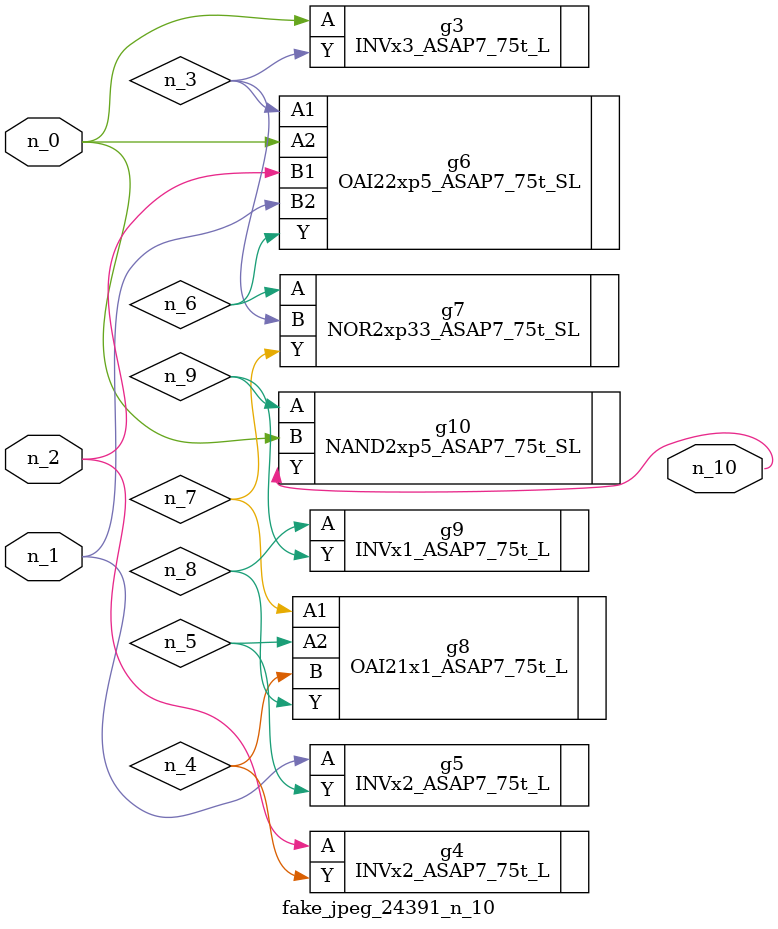
<source format=v>
module fake_jpeg_24391_n_10 (n_0, n_2, n_1, n_10);

input n_0;
input n_2;
input n_1;

output n_10;

wire n_3;
wire n_4;
wire n_8;
wire n_9;
wire n_6;
wire n_5;
wire n_7;

INVx3_ASAP7_75t_L g3 ( 
.A(n_0),
.Y(n_3)
);

INVx2_ASAP7_75t_L g4 ( 
.A(n_2),
.Y(n_4)
);

INVx2_ASAP7_75t_L g5 ( 
.A(n_1),
.Y(n_5)
);

OAI22xp5_ASAP7_75t_SL g6 ( 
.A1(n_3),
.A2(n_0),
.B1(n_2),
.B2(n_1),
.Y(n_6)
);

NOR2xp33_ASAP7_75t_SL g7 ( 
.A(n_6),
.B(n_3),
.Y(n_7)
);

OAI21x1_ASAP7_75t_L g8 ( 
.A1(n_7),
.A2(n_5),
.B(n_4),
.Y(n_8)
);

INVx1_ASAP7_75t_L g9 ( 
.A(n_8),
.Y(n_9)
);

NAND2xp5_ASAP7_75t_SL g10 ( 
.A(n_9),
.B(n_0),
.Y(n_10)
);


endmodule
</source>
